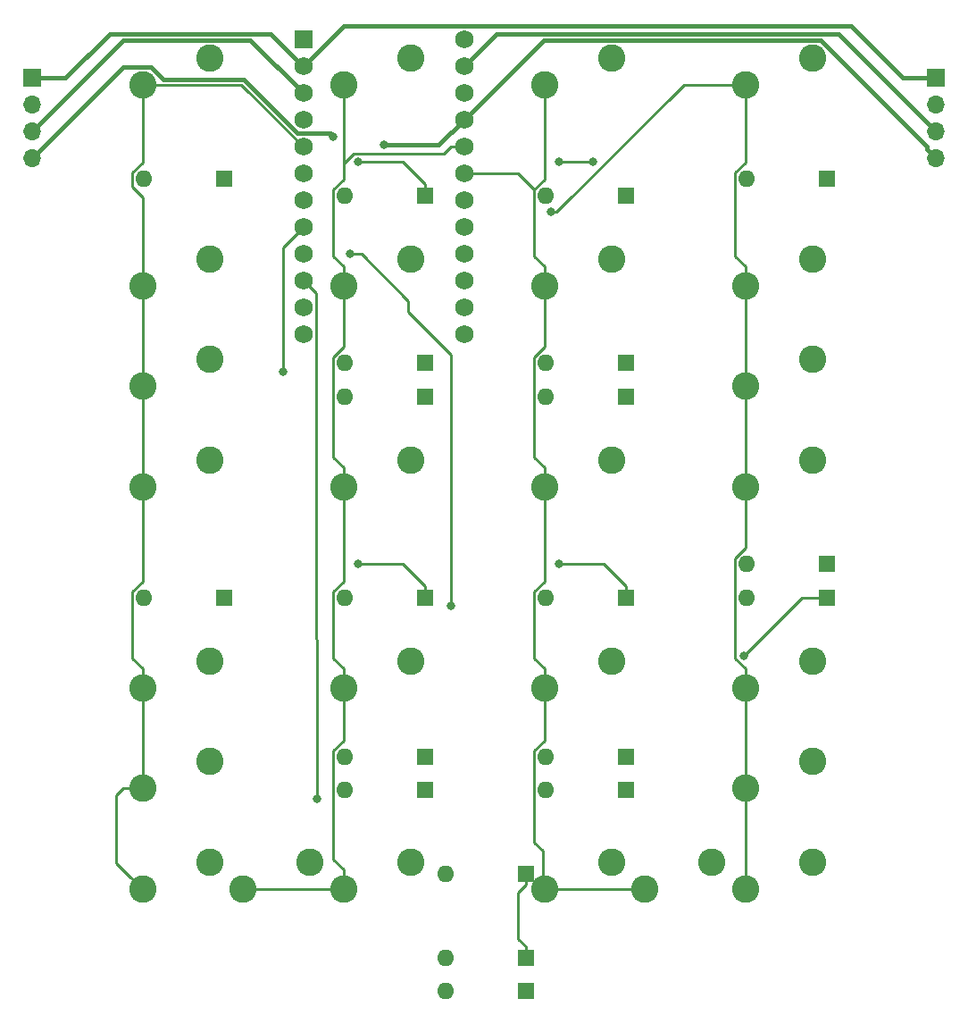
<source format=gbr>
G04 #@! TF.GenerationSoftware,KiCad,Pcbnew,(5.1.4)-1*
G04 #@! TF.CreationDate,2021-01-30T01:06:02-06:00*
G04 #@! TF.ProjectId,65Numpad,36354e75-6d70-4616-942e-6b696361645f,rev?*
G04 #@! TF.SameCoordinates,Original*
G04 #@! TF.FileFunction,Copper,L1,Top*
G04 #@! TF.FilePolarity,Positive*
%FSLAX46Y46*%
G04 Gerber Fmt 4.6, Leading zero omitted, Abs format (unit mm)*
G04 Created by KiCad (PCBNEW (5.1.4)-1) date 2021-01-30 01:06:02*
%MOMM*%
%LPD*%
G04 APERTURE LIST*
%ADD10R,1.700000X1.700000*%
%ADD11O,1.700000X1.700000*%
%ADD12C,2.600000*%
%ADD13C,1.752600*%
%ADD14R,1.752600X1.752600*%
%ADD15R,1.600000X1.600000*%
%ADD16O,1.600000X1.600000*%
%ADD17C,0.800000*%
%ADD18C,0.254000*%
%ADD19C,0.381000*%
G04 APERTURE END LIST*
D10*
X324643750Y-55562500D03*
D11*
X324643750Y-58102500D03*
X324643750Y-60642500D03*
X324643750Y-63182500D03*
D10*
X410368750Y-55562500D03*
D11*
X410368750Y-58102500D03*
X410368750Y-60642500D03*
X410368750Y-63182500D03*
D12*
X392271250Y-132397500D03*
X398621250Y-129857500D03*
X392271250Y-113347500D03*
X398621250Y-110807500D03*
X354171250Y-75247500D03*
X360521250Y-72707500D03*
X354171250Y-113347500D03*
X360521250Y-110807500D03*
X392271250Y-56197500D03*
X398621250Y-53657500D03*
X373221250Y-75247500D03*
X379571250Y-72707500D03*
X354171250Y-94297500D03*
X360521250Y-91757500D03*
X335121250Y-94297500D03*
X341471250Y-91757500D03*
X373221250Y-113347500D03*
X379571250Y-110807500D03*
X354171250Y-132397500D03*
X360521250Y-129857500D03*
X335121250Y-132397500D03*
X341471250Y-129857500D03*
X392271250Y-75247500D03*
X398621250Y-72707500D03*
X392271250Y-94297500D03*
X398621250Y-91757500D03*
X373221250Y-132397500D03*
X379571250Y-129857500D03*
D13*
X365601250Y-51911250D03*
X350361250Y-79851250D03*
X365601250Y-54451250D03*
X365601250Y-56991250D03*
X365601250Y-59531250D03*
X365601250Y-62071250D03*
X365601250Y-64611250D03*
X365601250Y-67151250D03*
X365601250Y-69691250D03*
X365601250Y-72231250D03*
X365601250Y-74771250D03*
X365601250Y-77311250D03*
X365601250Y-79851250D03*
X350361250Y-77311250D03*
X350361250Y-74771250D03*
X350361250Y-72231250D03*
X350361250Y-69691250D03*
X350361250Y-67151250D03*
X350361250Y-64611250D03*
X350361250Y-62071250D03*
X350361250Y-59531250D03*
X350361250Y-56991250D03*
X350361250Y-54451250D03*
D14*
X350361250Y-51911250D03*
D15*
X381000000Y-123031250D03*
D16*
X373380000Y-123031250D03*
D15*
X371475000Y-138906250D03*
D16*
X363855000Y-138906250D03*
D15*
X371475000Y-142081250D03*
D16*
X363855000Y-142081250D03*
D15*
X361950000Y-123031250D03*
D16*
X354330000Y-123031250D03*
D15*
X400050000Y-101600000D03*
D16*
X392430000Y-101600000D03*
D15*
X381000000Y-85725000D03*
D16*
X373380000Y-85725000D03*
D15*
X371475000Y-130968750D03*
D16*
X363855000Y-130968750D03*
D15*
X381000000Y-104775000D03*
D16*
X373380000Y-104775000D03*
D15*
X381000000Y-119856250D03*
D16*
X373380000Y-119856250D03*
D15*
X361950000Y-82550000D03*
D16*
X354330000Y-82550000D03*
D15*
X400050000Y-65087500D03*
D16*
X392430000Y-65087500D03*
D15*
X381000000Y-82550000D03*
D16*
X373380000Y-82550000D03*
D15*
X361950000Y-104775000D03*
D16*
X354330000Y-104775000D03*
D15*
X342900000Y-104775000D03*
D16*
X335280000Y-104775000D03*
D15*
X381000000Y-66675000D03*
D16*
X373380000Y-66675000D03*
D15*
X361950000Y-119856250D03*
D16*
X354330000Y-119856250D03*
D15*
X361950000Y-66675000D03*
D16*
X354330000Y-66675000D03*
D15*
X400050000Y-104775000D03*
D16*
X392430000Y-104775000D03*
D15*
X361950000Y-85725000D03*
D16*
X354330000Y-85725000D03*
D15*
X342900000Y-65087500D03*
D16*
X335280000Y-65087500D03*
D12*
X354171250Y-56197500D03*
X360521250Y-53657500D03*
X373221250Y-94297500D03*
X379571250Y-91757500D03*
X335121250Y-56197500D03*
X341471250Y-53657500D03*
X335121250Y-75247500D03*
X341471250Y-72707500D03*
X382746250Y-132397500D03*
X389096250Y-129857500D03*
X335121250Y-113347500D03*
X341471250Y-110807500D03*
X344646250Y-132397500D03*
X350996250Y-129857500D03*
X373221250Y-56197500D03*
X379571250Y-53657500D03*
X335121250Y-122872500D03*
X341471250Y-120332500D03*
X335121250Y-84772500D03*
X341471250Y-82232500D03*
X392271250Y-84772500D03*
X398621250Y-82232500D03*
X392271250Y-122872500D03*
X398621250Y-120332500D03*
D17*
X373856250Y-68262500D03*
X357981250Y-61912500D03*
X353218750Y-61118750D03*
X351631250Y-123825000D03*
X354806250Y-72231250D03*
X392117056Y-110326694D03*
X364331250Y-105568750D03*
X374650000Y-101600000D03*
X348456250Y-83343750D03*
X355600000Y-101600000D03*
X355600000Y-63500000D03*
X374650000Y-63500000D03*
X377825000Y-63500000D03*
D18*
X335121250Y-63578288D02*
X334152999Y-64546539D01*
X334152999Y-65865499D02*
X335121250Y-66833750D01*
X335121250Y-66833750D02*
X335121250Y-73409023D01*
X335121250Y-73409023D02*
X335121250Y-75247500D01*
X334152999Y-64546539D02*
X334152999Y-65865499D01*
X335121250Y-56197500D02*
X335121250Y-63578288D01*
X335121250Y-84772500D02*
X335121250Y-94297500D01*
X333821251Y-131097501D02*
X335121250Y-132397500D01*
X335121250Y-113347500D02*
X335121250Y-122872500D01*
X335121250Y-78296462D02*
X335121250Y-84772500D01*
X335121250Y-75247500D02*
X335121250Y-78296462D01*
X332649249Y-123506024D02*
X332649249Y-129925499D01*
X332649249Y-129925499D02*
X333821251Y-131097501D01*
X333282773Y-122872500D02*
X332649249Y-123506024D01*
X335121250Y-122872500D02*
X333282773Y-122872500D01*
X335121250Y-56197500D02*
X344487500Y-56197500D01*
X344487500Y-56197500D02*
X350361250Y-62071250D01*
X335121250Y-111509023D02*
X335121250Y-113347500D01*
X335121250Y-94297500D02*
X335121250Y-103265788D01*
X335121250Y-103265788D02*
X334152999Y-104234039D01*
X334152999Y-110540772D02*
X335121250Y-111509023D01*
X334152999Y-104234039D02*
X334152999Y-110540772D01*
X354171250Y-56197500D02*
X354171250Y-63658750D01*
X353202999Y-119315289D02*
X353202999Y-129590772D01*
X354171250Y-113347500D02*
X354171250Y-118347038D01*
X354171250Y-65165788D02*
X353202999Y-66134039D01*
X344646250Y-132397500D02*
X354171250Y-132397500D01*
X354171250Y-81040788D02*
X353202999Y-82009039D01*
X353202999Y-82009039D02*
X353202999Y-91490772D01*
X354171250Y-75247500D02*
X354171250Y-81040788D01*
X353202999Y-66134039D02*
X353202999Y-72440772D01*
X365601250Y-62071250D02*
X364361975Y-62071250D01*
X354171250Y-63658750D02*
X354171250Y-65165788D01*
X354171250Y-73409023D02*
X354171250Y-75247500D01*
X354171250Y-103265788D02*
X353202999Y-104234039D01*
X354171250Y-92459023D02*
X354171250Y-94297500D01*
X354171250Y-130559023D02*
X354171250Y-132397500D01*
X353202999Y-91490772D02*
X354171250Y-92459023D01*
X354171250Y-111509023D02*
X354171250Y-113347500D01*
X353202999Y-72440772D02*
X354171250Y-73409023D01*
X354171250Y-94297500D02*
X354171250Y-103265788D01*
X354171250Y-118347038D02*
X353202999Y-119315289D01*
X353202999Y-110540772D02*
X354171250Y-111509023D01*
X355123750Y-62706250D02*
X354171250Y-63658750D01*
X353202999Y-129590772D02*
X354171250Y-130559023D01*
X353202999Y-104234039D02*
X353202999Y-110540772D01*
X363726975Y-62706250D02*
X355123750Y-62706250D01*
X364361975Y-62071250D02*
X363726975Y-62706250D01*
X373221250Y-94297500D02*
X373221250Y-103265788D01*
X373221250Y-73409023D02*
X373221250Y-75247500D01*
X372252999Y-127970647D02*
X373062500Y-128780148D01*
X373062500Y-128780148D02*
X373062500Y-132238750D01*
X373062500Y-132238750D02*
X373221250Y-132397500D01*
X373221250Y-118347038D02*
X372252999Y-119315289D01*
X373221250Y-113347500D02*
X373221250Y-118347038D01*
X373221250Y-65165788D02*
X372252999Y-66134039D01*
X373221250Y-81040788D02*
X372252999Y-82009039D01*
X372252999Y-104234039D02*
X372252999Y-110540772D01*
X373221250Y-103265788D02*
X372252999Y-104234039D01*
X372252999Y-72440772D02*
X373221250Y-73409023D01*
X373221250Y-92459023D02*
X373221250Y-94297500D01*
X373221250Y-132397500D02*
X382746250Y-132397500D01*
X365601250Y-64611250D02*
X370730210Y-64611250D01*
X370730210Y-64611250D02*
X372252999Y-66134039D01*
X372252999Y-82009039D02*
X372252999Y-91490772D01*
X373221250Y-75247500D02*
X373221250Y-81040788D01*
X372252999Y-66134039D02*
X372252999Y-72440772D01*
X373221250Y-111509023D02*
X373221250Y-113347500D01*
X373221250Y-56197500D02*
X373221250Y-65165788D01*
X372252999Y-119315289D02*
X372252999Y-127970647D01*
X372252999Y-110540772D02*
X373221250Y-111509023D01*
X372252999Y-91490772D02*
X373221250Y-92459023D01*
X392271250Y-87821462D02*
X392271250Y-94297500D01*
X392271250Y-56197500D02*
X386430212Y-56197500D01*
X392271250Y-111509023D02*
X392271250Y-113347500D01*
X392271250Y-75247500D02*
X392271250Y-84772500D01*
X392271250Y-84772500D02*
X392271250Y-87821462D01*
X374365212Y-68262500D02*
X373856250Y-68262500D01*
X386430212Y-56197500D02*
X374365212Y-68262500D01*
X391302999Y-110540772D02*
X392271250Y-111509023D01*
X392271250Y-100090788D02*
X391302999Y-101059039D01*
X392271250Y-94297500D02*
X392271250Y-100090788D01*
X391302999Y-101059039D02*
X391302999Y-110540772D01*
X392271250Y-122872500D02*
X392271250Y-132397500D01*
X392271250Y-113347500D02*
X392271250Y-122872500D01*
X391302999Y-72440772D02*
X392271250Y-73409023D01*
X392271250Y-73409023D02*
X392271250Y-75247500D01*
X391302999Y-64546539D02*
X391302999Y-72440772D01*
X392271250Y-56197500D02*
X392271250Y-63578288D01*
X392271250Y-63578288D02*
X391302999Y-64546539D01*
D19*
X324643750Y-55562500D02*
X327818750Y-55562500D01*
X407193750Y-55562500D02*
X410368750Y-55562500D01*
X347295990Y-51385990D02*
X349484951Y-53574951D01*
X350361250Y-54451250D02*
X354168051Y-50644449D01*
X402275699Y-50644449D02*
X407193750Y-55562500D01*
X349484951Y-53574951D02*
X350361250Y-54451250D01*
X354168051Y-50644449D02*
X402275699Y-50644449D01*
X327818750Y-55562500D02*
X331995260Y-51385990D01*
X331995260Y-51385990D02*
X347295990Y-51385990D01*
X409518751Y-59792501D02*
X410368750Y-60642500D01*
X350361250Y-56991250D02*
X345336999Y-51966999D01*
X401112239Y-51385989D02*
X409518751Y-59792501D01*
X365601250Y-54451250D02*
X368666511Y-51385989D01*
X368666511Y-51385989D02*
X401112239Y-51385989D01*
X325493749Y-59792501D02*
X324643750Y-60642500D01*
X345336999Y-51966999D02*
X333319251Y-51966999D01*
X333319251Y-51966999D02*
X325493749Y-59792501D01*
X337105682Y-55679990D02*
X344701859Y-55679990D01*
X409518751Y-62053059D02*
X399432691Y-51966999D01*
X357981250Y-61912500D02*
X363220000Y-61912500D01*
X409518751Y-62053059D02*
X409518751Y-62332501D01*
X333319251Y-54506999D02*
X335932691Y-54506999D01*
X399432691Y-51966999D02*
X373165501Y-51966999D01*
X373165501Y-51966999D02*
X365601250Y-59531250D01*
X349826317Y-60804449D02*
X352904449Y-60804449D01*
X324643750Y-63182500D02*
X333319251Y-54506999D01*
X409518751Y-62332501D02*
X410368750Y-63182500D01*
X344701859Y-55679990D02*
X349826317Y-60804449D01*
X352904449Y-60804449D02*
X353218750Y-61118750D01*
X335932691Y-54506999D02*
X337105682Y-55679990D01*
X363220000Y-61912500D02*
X365601250Y-59531250D01*
D18*
X371475000Y-138906250D02*
X371475000Y-137852250D01*
X371475000Y-137852250D02*
X370749249Y-137126499D01*
X350361250Y-74771250D02*
X351564551Y-75974551D01*
X351631250Y-108743750D02*
X351631250Y-123825000D01*
X351564551Y-108677051D02*
X351631250Y-108743750D01*
X351564551Y-75974551D02*
X351564551Y-108677051D01*
X371475000Y-132022750D02*
X371475000Y-130968750D01*
X370749249Y-132748501D02*
X371475000Y-132022750D01*
X370749249Y-137126499D02*
X370749249Y-132748501D01*
X360308251Y-77733251D02*
X360308251Y-76670539D01*
X400050000Y-104775000D02*
X397668750Y-104775000D01*
X360308251Y-76670539D02*
X355868962Y-72231250D01*
X364331250Y-105568750D02*
X364331250Y-81756250D01*
X364331250Y-81756250D02*
X360308251Y-77733251D01*
X355868962Y-72231250D02*
X354806250Y-72231250D01*
X397668750Y-104775000D02*
X392117056Y-110326694D01*
X381000000Y-103721000D02*
X381000000Y-104775000D01*
X359829000Y-101600000D02*
X361950000Y-103721000D01*
X361950000Y-103721000D02*
X361950000Y-104775000D01*
X374650000Y-101600000D02*
X378879000Y-101600000D01*
X355600000Y-101600000D02*
X359829000Y-101600000D01*
X348456250Y-71596250D02*
X349484951Y-70567549D01*
X348456250Y-82550000D02*
X348456250Y-71596250D01*
X378879000Y-101600000D02*
X381000000Y-103721000D01*
X348456250Y-82550000D02*
X348456250Y-83343750D01*
X349484951Y-70567549D02*
X350361250Y-69691250D01*
X361950000Y-65621000D02*
X361950000Y-66675000D01*
X374650000Y-63500000D02*
X377825000Y-63500000D01*
X359829000Y-63500000D02*
X361950000Y-65621000D01*
X355600000Y-63500000D02*
X359829000Y-63500000D01*
M02*

</source>
